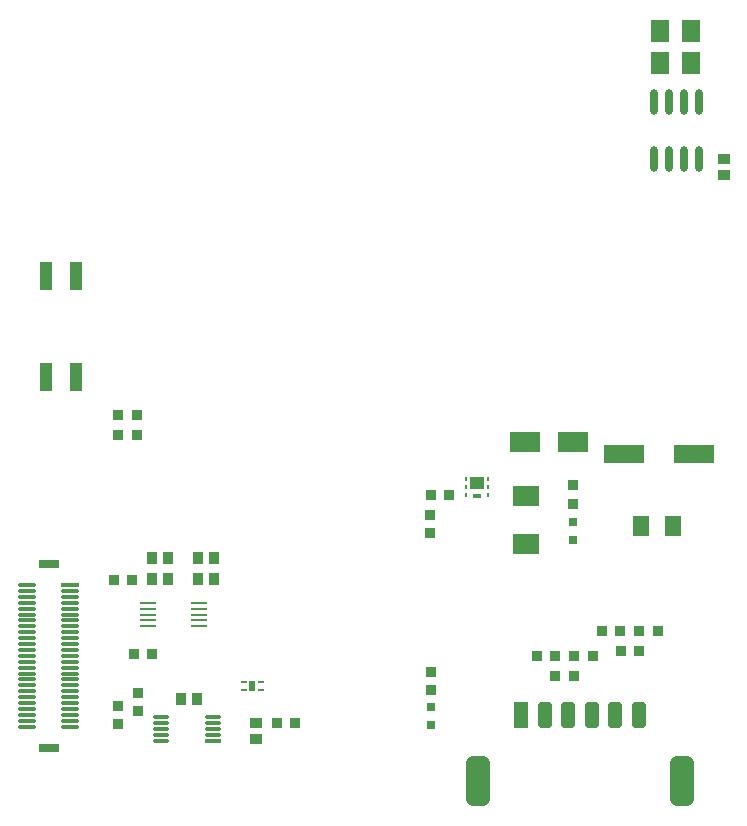
<source format=gtp>
G04*
G04 #@! TF.GenerationSoftware,Altium Limited,Altium Designer,18.1.7 (191)*
G04*
G04 Layer_Color=8421504*
%FSLAX25Y25*%
%MOIN*%
G70*
G01*
G75*
%ADD17R,0.03150X0.03150*%
%ADD18R,0.03347X0.03347*%
%ADD19R,0.07087X0.03150*%
%ADD20R,0.06299X0.01181*%
%ADD21O,0.06299X0.01181*%
G04:AMPARAMS|DCode=22|XSize=47.24mil|YSize=86.61mil|CornerRadius=11.81mil|HoleSize=0mil|Usage=FLASHONLY|Rotation=0.000|XOffset=0mil|YOffset=0mil|HoleType=Round|Shape=RoundedRectangle|*
%AMROUNDEDRECTD22*
21,1,0.04724,0.06299,0,0,0.0*
21,1,0.02362,0.08661,0,0,0.0*
1,1,0.02362,0.01181,-0.03150*
1,1,0.02362,-0.01181,-0.03150*
1,1,0.02362,-0.01181,0.03150*
1,1,0.02362,0.01181,0.03150*
%
%ADD22ROUNDEDRECTD22*%
G04:AMPARAMS|DCode=23|XSize=78.74mil|YSize=165.35mil|CornerRadius=19.68mil|HoleSize=0mil|Usage=FLASHONLY|Rotation=0.000|XOffset=0mil|YOffset=0mil|HoleType=Round|Shape=RoundedRectangle|*
%AMROUNDEDRECTD23*
21,1,0.07874,0.12598,0,0,0.0*
21,1,0.03937,0.16535,0,0,0.0*
1,1,0.03937,0.01968,-0.06299*
1,1,0.03937,-0.01968,-0.06299*
1,1,0.03937,-0.01968,0.06299*
1,1,0.03937,0.01968,0.06299*
%
%ADD23ROUNDEDRECTD23*%
%ADD24R,0.04724X0.08661*%
%ADD25R,0.09843X0.06693*%
%ADD26R,0.04724X0.03937*%
%ADD27R,0.00984X0.01575*%
%ADD28R,0.03110X0.01181*%
%ADD29R,0.03347X0.03347*%
%ADD30O,0.02362X0.08661*%
%ADD31R,0.05906X0.07284*%
%ADD32R,0.08500X0.07000*%
%ADD33R,0.05512X0.01102*%
%ADD34R,0.05512X0.07087*%
%ADD35R,0.13583X0.06102*%
%ADD36R,0.03543X0.03937*%
%ADD37R,0.03937X0.03543*%
%ADD38R,0.04449X0.09606*%
%ADD39R,0.01968X0.00984*%
%ADD40R,0.01968X0.03386*%
%ADD41O,0.05709X0.01181*%
%ADD42R,0.05709X0.01181*%
D17*
X149213Y36024D02*
D03*
Y41929D02*
D03*
X196457Y103543D02*
D03*
Y97638D02*
D03*
D18*
X149213Y47661D02*
D03*
Y53763D02*
D03*
X148819Y105987D02*
D03*
Y99885D02*
D03*
X196457Y115847D02*
D03*
Y109744D02*
D03*
X44865Y42421D02*
D03*
Y36319D02*
D03*
X51575Y46752D02*
D03*
Y40650D02*
D03*
D19*
X21654Y28346D02*
D03*
Y89764D02*
D03*
D20*
X28740Y82677D02*
D03*
D21*
Y80709D02*
D03*
Y78740D02*
D03*
Y76772D02*
D03*
Y74803D02*
D03*
Y72835D02*
D03*
Y70866D02*
D03*
Y68898D02*
D03*
Y66929D02*
D03*
Y64961D02*
D03*
Y62992D02*
D03*
Y61024D02*
D03*
Y59055D02*
D03*
Y57087D02*
D03*
Y55118D02*
D03*
Y53150D02*
D03*
Y51181D02*
D03*
Y49213D02*
D03*
Y47244D02*
D03*
Y45276D02*
D03*
Y43307D02*
D03*
Y41339D02*
D03*
Y39370D02*
D03*
Y37402D02*
D03*
Y35433D02*
D03*
X14567D02*
D03*
Y37402D02*
D03*
Y39370D02*
D03*
Y41339D02*
D03*
Y43307D02*
D03*
Y45276D02*
D03*
Y47244D02*
D03*
Y49213D02*
D03*
Y51181D02*
D03*
Y53150D02*
D03*
Y55118D02*
D03*
Y57087D02*
D03*
Y59055D02*
D03*
Y61024D02*
D03*
Y62992D02*
D03*
Y64961D02*
D03*
Y66929D02*
D03*
Y68898D02*
D03*
Y70866D02*
D03*
Y72835D02*
D03*
Y74803D02*
D03*
Y76772D02*
D03*
Y78740D02*
D03*
Y80709D02*
D03*
Y82677D02*
D03*
D22*
X218504Y39370D02*
D03*
X210630D02*
D03*
X202756D02*
D03*
X194882D02*
D03*
X187008D02*
D03*
D23*
X232677Y17402D02*
D03*
X164961D02*
D03*
D24*
X179134Y39370D02*
D03*
D25*
X196335Y130315D02*
D03*
X180587D02*
D03*
D26*
X164567Y116535D02*
D03*
D27*
X168209Y117913D02*
D03*
Y115354D02*
D03*
Y112795D02*
D03*
X160925D02*
D03*
Y115354D02*
D03*
Y117913D02*
D03*
D28*
X164567Y112441D02*
D03*
D29*
X149082Y112598D02*
D03*
X155184D02*
D03*
X196752Y52346D02*
D03*
X190650D02*
D03*
X224722Y67323D02*
D03*
X218619D02*
D03*
X212106D02*
D03*
X206004D02*
D03*
X203068Y59055D02*
D03*
X196966D02*
D03*
X190453D02*
D03*
X184350D02*
D03*
X50098Y59842D02*
D03*
X56201D02*
D03*
X43389Y84328D02*
D03*
X49491D02*
D03*
X218504Y60613D02*
D03*
X212402D02*
D03*
X51083Y139370D02*
D03*
X44980D02*
D03*
X51083Y132660D02*
D03*
X44980D02*
D03*
X103855Y36614D02*
D03*
X97753D02*
D03*
D30*
X238327Y243677D02*
D03*
X233327D02*
D03*
X228327D02*
D03*
X223327D02*
D03*
X238327Y224780D02*
D03*
X233327D02*
D03*
X228327D02*
D03*
X223327D02*
D03*
D31*
X225492Y256775D02*
D03*
X235925D02*
D03*
X225492Y267421D02*
D03*
X235925D02*
D03*
D32*
X180709Y112205D02*
D03*
Y96205D02*
D03*
D33*
X71811Y68898D02*
D03*
Y70866D02*
D03*
Y72835D02*
D03*
Y74803D02*
D03*
Y76772D02*
D03*
X54961Y68898D02*
D03*
Y70866D02*
D03*
Y72835D02*
D03*
Y74803D02*
D03*
Y76772D02*
D03*
D34*
X218996Y102362D02*
D03*
X229823D02*
D03*
D35*
X213583Y126378D02*
D03*
X236811D02*
D03*
D36*
X76673Y84525D02*
D03*
X71358D02*
D03*
X76673Y91628D02*
D03*
X71358D02*
D03*
X61319D02*
D03*
X56004D02*
D03*
X61319Y84525D02*
D03*
X56004D02*
D03*
X65847Y44604D02*
D03*
X71161D02*
D03*
D37*
X246710Y224705D02*
D03*
Y219390D02*
D03*
X90945Y36516D02*
D03*
Y31201D02*
D03*
D38*
X30866Y185827D02*
D03*
Y151969D02*
D03*
X20866D02*
D03*
Y185827D02*
D03*
D39*
X86670Y50197D02*
D03*
Y47835D02*
D03*
X92340D02*
D03*
Y50197D02*
D03*
D40*
X89485Y49016D02*
D03*
D41*
X59055Y38583D02*
D03*
Y36614D02*
D03*
Y34646D02*
D03*
Y32677D02*
D03*
Y30709D02*
D03*
X76378Y38583D02*
D03*
Y36614D02*
D03*
Y34646D02*
D03*
Y32677D02*
D03*
D42*
Y30709D02*
D03*
M02*

</source>
